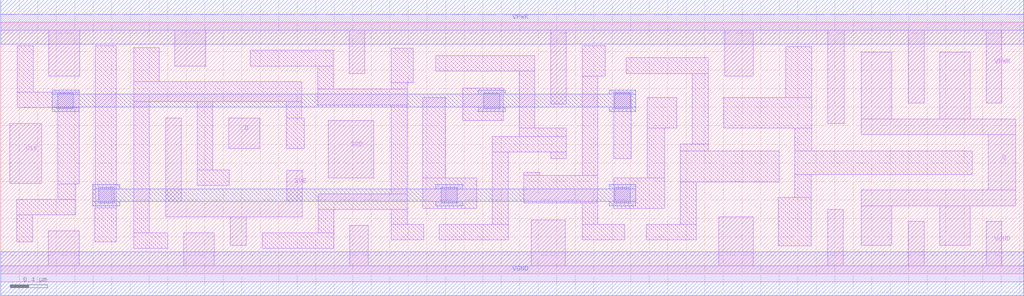
<source format=lef>
# Copyright 2020 The SkyWater PDK Authors
#
# Licensed under the Apache License, Version 2.0 (the "License");
# you may not use this file except in compliance with the License.
# You may obtain a copy of the License at
#
#     https://www.apache.org/licenses/LICENSE-2.0
#
# Unless required by applicable law or agreed to in writing, software
# distributed under the License is distributed on an "AS IS" BASIS,
# WITHOUT WARRANTIES OR CONDITIONS OF ANY KIND, either express or implied.
# See the License for the specific language governing permissions and
# limitations under the License.
#
# SPDX-License-Identifier: Apache-2.0

VERSION 5.5 ;
NAMESCASESENSITIVE ON ;
BUSBITCHARS "[]" ;
DIVIDERCHAR "/" ;
MACRO sky130_fd_sc_hd__sdfxtp_4
  CLASS CORE ;
  SOURCE USER ;
  ORIGIN  0.000000  0.000000 ;
  SIZE  11.04000 BY  2.720000 ;
  SYMMETRY X Y R90 ;
  SITE unithd ;
  PIN D
    ANTENNAGATEAREA  0.159000 ;
    DIRECTION INPUT ;
    USE SIGNAL ;
    PORT
      LAYER li1 ;
        RECT 2.460000 1.355000 2.795000 1.685000 ;
    END
  END D
  PIN Q
    ANTENNADIFFAREA  0.891000 ;
    DIRECTION OUTPUT ;
    USE SIGNAL ;
    PORT
      LAYER li1 ;
        RECT  9.285000 0.305000  9.615000 0.735000 ;
        RECT  9.285000 0.735000 10.955000 0.905000 ;
        RECT  9.285000 1.505000 10.955000 1.675000 ;
        RECT  9.285000 1.675000  9.615000 2.395000 ;
        RECT 10.135000 0.305000 10.465000 0.735000 ;
        RECT 10.135000 1.675000 10.465000 2.395000 ;
        RECT 10.655000 0.905000 10.955000 1.505000 ;
    END
  END Q
  PIN SCD
    ANTENNAGATEAREA  0.159000 ;
    DIRECTION INPUT ;
    USE SIGNAL ;
    PORT
      LAYER li1 ;
        RECT 3.535000 1.035000 4.025000 1.655000 ;
    END
  END SCD
  PIN SCE
    ANTENNAGATEAREA  0.318000 ;
    DIRECTION INPUT ;
    USE SIGNAL ;
    PORT
      LAYER li1 ;
        RECT 1.780000 0.615000 3.255000 0.785000 ;
        RECT 1.780000 0.785000 1.950000 1.685000 ;
        RECT 2.475000 0.305000 2.650000 0.615000 ;
        RECT 3.085000 0.785000 3.255000 1.115000 ;
    END
  END SCE
  PIN CLK
    ANTENNAGATEAREA  0.159000 ;
    DIRECTION INPUT ;
    USE CLOCK ;
    PORT
      LAYER li1 ;
        RECT 0.095000 0.975000 0.445000 1.625000 ;
    END
  END CLK
  PIN VGND
    DIRECTION INOUT ;
    SHAPE ABUTMENT ;
    USE GROUND ;
    PORT
      LAYER li1 ;
        RECT  0.000000 -0.085000 11.040000 0.085000 ;
        RECT  0.515000  0.085000  0.845000 0.465000 ;
        RECT  1.975000  0.085000  2.305000 0.445000 ;
        RECT  3.765000  0.085000  3.965000 0.525000 ;
        RECT  5.725000  0.085000  6.095000 0.585000 ;
        RECT  7.750000  0.085000  8.120000 0.615000 ;
        RECT  8.925000  0.085000  9.095000 0.695000 ;
        RECT  9.795000  0.085000  9.965000 0.565000 ;
        RECT 10.635000  0.085000 10.805000 0.565000 ;
    END
    PORT
      LAYER met1 ;
        RECT 0.000000 -0.240000 11.040000 0.240000 ;
    END
  END VGND
  PIN VNB
    DIRECTION INOUT ;
    USE GROUND ;
    PORT
    END
  END VNB
  PIN VPB
    DIRECTION INOUT ;
    USE POWER ;
    PORT
    END
  END VPB
  PIN VPWR
    DIRECTION INOUT ;
    SHAPE ABUTMENT ;
    USE POWER ;
    PORT
      LAYER li1 ;
        RECT  0.000000 2.635000 11.040000 2.805000 ;
        RECT  0.520000 2.135000  0.850000 2.635000 ;
        RECT  1.880000 2.245000  2.210000 2.635000 ;
        RECT  3.760000 2.165000  3.930000 2.635000 ;
        RECT  5.935000 1.835000  6.105000 2.635000 ;
        RECT  7.815000 2.135000  8.120000 2.635000 ;
        RECT  8.925000 1.625000  9.105000 2.635000 ;
        RECT  9.795000 1.845000  9.965000 2.635000 ;
        RECT 10.635000 1.845000 10.805000 2.635000 ;
    END
    PORT
      LAYER met1 ;
        RECT 0.000000 2.480000 11.040000 2.960000 ;
    END
  END VPWR
  OBS
    LAYER li1 ;
      RECT 0.175000 0.345000  0.345000 0.635000 ;
      RECT 0.175000 0.635000  0.810000 0.805000 ;
      RECT 0.180000 1.795000  0.845000 1.965000 ;
      RECT 0.180000 1.965000  0.350000 2.465000 ;
      RECT 0.615000 0.805000  0.810000 0.970000 ;
      RECT 0.615000 0.970000  0.845000 1.795000 ;
      RECT 1.015000 0.345000  1.245000 0.715000 ;
      RECT 1.020000 0.715000  1.245000 2.465000 ;
      RECT 1.435000 0.275000  1.805000 0.445000 ;
      RECT 1.435000 0.445000  1.605000 1.860000 ;
      RECT 1.435000 1.860000  3.250000 2.075000 ;
      RECT 1.435000 2.075000  1.710000 2.445000 ;
      RECT 2.120000 0.955000  2.465000 1.125000 ;
      RECT 2.120000 1.125000  2.290000 1.860000 ;
      RECT 2.695000 2.245000  3.590000 2.415000 ;
      RECT 2.820000 0.275000  3.595000 0.445000 ;
      RECT 3.080000 1.355000  3.275000 1.685000 ;
      RECT 3.080000 1.685000  3.250000 1.860000 ;
      RECT 3.420000 1.825000  4.385000 1.995000 ;
      RECT 3.420000 1.995000  3.590000 2.245000 ;
      RECT 3.425000 0.445000  3.595000 0.695000 ;
      RECT 3.425000 0.695000  4.385000 0.865000 ;
      RECT 4.215000 0.365000  4.565000 0.535000 ;
      RECT 4.215000 0.535000  4.385000 0.695000 ;
      RECT 4.215000 0.865000  4.385000 1.825000 ;
      RECT 4.215000 1.995000  4.385000 2.065000 ;
      RECT 4.215000 2.065000  4.450000 2.440000 ;
      RECT 4.555000 0.705000  5.135000 1.035000 ;
      RECT 4.555000 1.035000  4.795000 1.905000 ;
      RECT 4.695000 2.190000  5.765000 2.360000 ;
      RECT 4.735000 0.365000  5.475000 0.535000 ;
      RECT 4.985000 1.655000  5.425000 2.010000 ;
      RECT 5.305000 0.535000  5.475000 1.315000 ;
      RECT 5.305000 1.315000  6.105000 1.485000 ;
      RECT 5.595000 1.485000  6.105000 1.575000 ;
      RECT 5.595000 1.575000  5.765000 2.190000 ;
      RECT 5.645000 0.765000  6.445000 1.065000 ;
      RECT 5.645000 1.065000  5.815000 1.095000 ;
      RECT 5.935000 1.245000  6.105000 1.315000 ;
      RECT 6.275000 0.365000  6.735000 0.535000 ;
      RECT 6.275000 0.535000  6.445000 0.765000 ;
      RECT 6.275000 1.065000  6.445000 2.135000 ;
      RECT 6.275000 2.135000  6.525000 2.465000 ;
      RECT 6.615000 0.705000  7.165000 1.035000 ;
      RECT 6.615000 1.245000  6.805000 1.965000 ;
      RECT 6.750000 2.165000  7.635000 2.335000 ;
      RECT 6.965000 0.365000  7.505000 0.535000 ;
      RECT 6.975000 1.035000  7.165000 1.575000 ;
      RECT 6.975000 1.575000  7.295000 1.905000 ;
      RECT 7.335000 0.535000  7.505000 0.995000 ;
      RECT 7.335000 0.995000  8.400000 1.325000 ;
      RECT 7.335000 1.325000  7.635000 1.405000 ;
      RECT 7.465000 1.405000  7.635000 2.165000 ;
      RECT 7.805000 1.575000  8.755000 1.905000 ;
      RECT 8.390000 0.300000  8.750000 0.825000 ;
      RECT 8.470000 1.905000  8.755000 2.455000 ;
      RECT 8.570000 0.825000  8.750000 1.075000 ;
      RECT 8.570000 1.075000 10.485000 1.325000 ;
      RECT 8.570000 1.325000  8.755000 1.575000 ;
    LAYER mcon ;
      RECT 0.615000 1.785000 0.785000 1.955000 ;
      RECT 1.055000 0.765000 1.225000 0.935000 ;
      RECT 4.755000 0.765000 4.925000 0.935000 ;
      RECT 5.215000 1.785000 5.385000 1.955000 ;
      RECT 6.625000 0.765000 6.795000 0.935000 ;
      RECT 6.625000 1.785000 6.795000 1.955000 ;
    LAYER met1 ;
      RECT 0.555000 1.755000 0.845000 1.800000 ;
      RECT 0.555000 1.800000 6.855000 1.940000 ;
      RECT 0.555000 1.940000 0.845000 1.985000 ;
      RECT 0.995000 0.735000 1.285000 0.780000 ;
      RECT 0.995000 0.780000 6.855000 0.920000 ;
      RECT 0.995000 0.920000 1.285000 0.965000 ;
      RECT 4.695000 0.735000 4.985000 0.780000 ;
      RECT 4.695000 0.920000 4.985000 0.965000 ;
      RECT 5.155000 1.755000 5.445000 1.800000 ;
      RECT 5.155000 1.940000 5.445000 1.985000 ;
      RECT 6.565000 0.735000 6.855000 0.780000 ;
      RECT 6.565000 0.920000 6.855000 0.965000 ;
      RECT 6.565000 1.755000 6.855000 1.800000 ;
      RECT 6.565000 1.940000 6.855000 1.985000 ;
  END
END sky130_fd_sc_hd__sdfxtp_4
END LIBRARY

</source>
